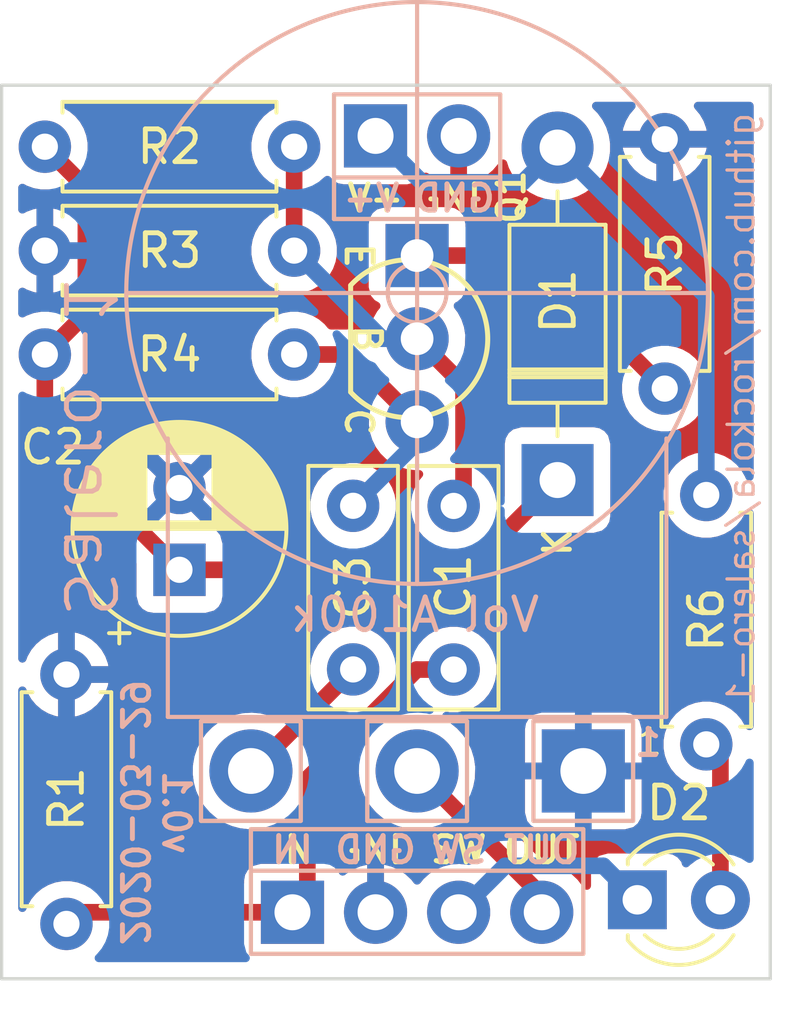
<source format=kicad_pcb>
(kicad_pcb (version 20211014) (generator pcbnew)
  (layers (0 "F.Cu" signal) (31 "B.Cu" signal) (34 "B.Paste" user) (35 "F.Paste" user) (36 "B.SilkS" user "B.Silkscreen") (37 "F.SilkS" user "F.Silkscreen") (38 "B.Mask" user) (39 "F.Mask" user) (44 "Edge.Cuts" user))
  (net 0 "")
  (net 1 "Net-(C1-Pad2)")
  (net 2 "IN")
  (net 3 "GND")
  (net 4 "Net-(C2-Pad1)")
  (net 5 "Net-(C3-Pad2)")
  (net 6 "Net-(C3-Pad1)")
  (net 7 "+9V")
  (net 8 "Net-(D2-Pad2)")
  (net 9 "LED-")
  (net 10 "OUT")
  (net 11 "Net-(Q1-Pad1)")
  (footprint "rockola_kicad_footprints:16mm_BoardMount" (layer "F.Cu") (at 114.3 91.44)
    (fp_text reference "RV1" hide)
    (fp_text value "Vol A100k" (at -0.0635 -4.7752) (layer "B.SilkS") (effects (justify mirror)))
    (fp_text user "1" (at 7.0612 -0.8636) (layer "B.SilkS") (effects (font (size 0.8 0.8)) (justify mirror)))
    (fp_text user "1" (at 7.112 -0.889) (layer "F.SilkS") (effects (font (size 0.77216 0.77216) (thickness 0.1))))
    (fp_line (start -1.524 1.524) (end 1.524 1.524) (layer "B.SilkS") (width 0.127))
    (fp_line (start -7.62 -10.16) (end -7.62 -1.651) (layer "B.SilkS") (width 0.127))
    (fp_line (start 0 -5.715) (end 0 -23.495) (layer "B.SilkS") (width 0.127))
    (fp_line (start 3.556 1.524) (end 6.604 1.524) (layer "B.SilkS") (width 0.127))
    (fp_line (start -7.62 -1.651) (end 7.62 -1.651) (layer "B.SilkS") (width 0.127))
    (fp_line (start 7.62 -1.651) (end 7.62 -10.16) (layer "B.SilkS") (width 0.127))
    (fp_line (start -6.604 -1.524) (end -3.556 -1.524) (layer "B.SilkS") (width 0.127))
    (fp_line (start 3.556 -1.524) (end 3.556 1.524) (layer "B.SilkS") (width 0.127))
    (fp_line (start -3.556 1.524) (end -3.556 -1.524) (layer "B.SilkS") (width 0.127))
    (fp_line (start -1.524 -1.524) (end -1.524 1.524) (layer "B.SilkS") (width 0.127))
    (fp_line (start -6.604 1.524) (end -3.556 1.524) (layer "B.SilkS") (width 0.127))
    (fp_line (start -8.89 -14.605) (end 8.89 -14.605) (layer "B.SilkS") (width 0.127))
    (fp_line (start 3.556 -1.524) (end 6.604 -1.524) (layer "B.SilkS") (width 0.127))
    (fp_line (start 1.524 1.524) (end 1.524 -1.524) (layer "B.SilkS") (width 0.127))
    (fp_line (start -6.604 -1.524) (end -6.604 1.524) (layer "B.SilkS") (width 0.127))
    (fp_line (start -1.524 -1.524) (end 1.524 -1.524) (layer "B.SilkS") (width 0.127))
    (fp_line (start 6.604 1.524) (end 6.604 -1.524) (layer "B.SilkS") (width 0.127))
    (fp_arc (start 8.89 -14.605) (mid 6.286179 -8.318821) (end 0 -5.715) (layer "B.SilkS") (width 0.127))
    (fp_arc (start 0 -5.715) (mid -6.286179 -8.318821) (end -8.89 -14.605) (layer "B.SilkS") (width 0.127))
    (fp_arc (start 0 -23.495) (mid 6.286209 -20.891208) (end 8.89 -14.604998) (layer "B.SilkS") (width 0.127))
    (fp_arc (start -8.89 -14.605) (mid -6.286208 -20.891209) (end 0.000002 -23.495) (layer "B.SilkS") (width 0.127))
    (fp_circle (center 0 -14.605) (end 0.898 -14.605) (layer "B.SilkS") (width 0.127) (fill none))
    (fp_line (start -3.556 1.524) (end -3.556 -1.524) (layer "F.SilkS") (width 0.127))
    (fp_line (start 3.556 -1.524) (end 3.556 1.524) (layer "F.SilkS") (width 0.127))
    (fp_line (start -1.524 -1.524) (end -1.524 1.524) (layer "F.SilkS") (width 0.127))
    (fp_line (start -6.604 -1.524) (end -3.556 -1.524) (layer "F.SilkS") (width 0.127))
    (fp_line (start -1.524 1.524) (end 1.524 1.524) (layer "F.SilkS") (width 0.127))
    (fp_line (start 1.524 1.524) (end 1.524 -1.524) (layer "F.SilkS") (width 0.127))
    (fp_line (start -1.524 -1.524) (end 1.524 -1.524) (layer "F.SilkS") (width 0.127))
    (fp_line (start 3.556 -1.524) (end 6.604 -1.524) (layer "F.SilkS") (width 0.127))
    (fp_line (start 6.604 1.524) (end 6.604 -1.524) (layer "F.SilkS") (width 0.127))
    (fp_line (start -6.604 -1.524) (end -6.604 1.524) (layer "F.SilkS") (width 0.127))
    (fp_line (start 3.556 1.524) (end 6.604 1.524) (layer "F.SilkS") (width 0.127))
    (fp_line (start -6.604 1.524) (end -3.556 1.524) (layer "F.SilkS") (width 0.127))
    (pad "1" thru_hole rect locked (at 5.08 0 180) (size 2.54 2.54) (drill 1.4) (layers *.Cu *.Mask) (net 3 "GND"))
    (pad "2" thru_hole oval locked (at 0 0 180) (size 2.54 2.54) (drill 1.4) (layers *.Cu *.Mask) (net 10 "OUT"))
    (pad "3" thru_hole oval locked (at -5.08 0 180) (size 2.54 2.54) (drill 1.4) (layers *.Cu *.Mask) (net 5 "Net-(C3-Pad2)"))
  )
  (footprint "Diode_THT:D_DO-41_SOD81_P10.16mm_Horizontal" (layer "F.Cu") (at 118.5926 82.55 90)
    (fp_text reference "D1" (at 5.461 0.0254 90) (layer "F.SilkS"))
    (fp_text value "1N4001")
    (fp_text user "K" (at -1.905 0 90) (layer "F.SilkS") (effects (font (size 0.8 0.8))))
    (fp_line (start 3.38 -1.47) (end 3.38 1.47) (layer "F.SilkS") (width 0.12))
    (fp_line (start 3.26 -1.47) (end 3.26 1.47) (layer "F.SilkS") (width 0.12))
    (fp_line (start 7.8 1.47) (end 7.8 -1.47) (layer "F.SilkS") (width 0.12))
    (fp_line (start 2.36 1.47) (end 7.8 1.47) (layer "F.SilkS") (width 0.12))
    (fp_line (start 1.34 0) (end 2.36 0) (layer "F.SilkS") (width 0.12))
    (fp_line (start 7.8 -1.47) (end 2.36 -1.47) (layer "F.SilkS") (width 0.12))
    (fp_line (start 8.82 0) (end 7.8 0) (layer "F.SilkS") (width 0.12))
    (fp_line (start 2.36 -1.47) (end 2.36 1.47) (layer "F.SilkS") (width 0.12))
    (fp_line (start 3.14 -1.47) (end 3.14 1.47) (layer "F.SilkS") (width 0.12))
    (pad "1" thru_hole rect locked (at 0 0 90) (size 2.2 2.2) (drill 1.1) (layers *.Cu *.Mask) (net 4 "Net-(C2-Pad1)"))
    (pad "2" thru_hole oval locked (at 10.16 0 90) (size 2.2 2.2) (drill 1.1) (layers *.Cu *.Mask) (net 7 "+9V"))
  )
  (footprint "rockola_kicad_footprints:R_DIN0207" (layer "F.Cu") (at 103.5812 96.1136 90)
    (fp_text reference "R1" (at 3.81 0 90) (layer "F.SilkS"))
    (fp_text value "1M5")
    (fp_line (start 0.54 -1.37) (end 7.08 -1.37) (layer "F.SilkS") (width 0.12))
    (fp_line (start 0.54 1.04) (end 0.54 1.37) (layer "F.SilkS") (width 0.12))
    (fp_line (start 7.08 -1.37) (end 7.08 -1.04) (layer "F.SilkS") (width 0.12))
    (fp_line (start 7.08 1.37) (end 7.08 1.04) (layer "F.SilkS") (width 0.12))
    (fp_line (start 0.54 -1.04) (end 0.54 -1.37) (layer "F.SilkS") (width 0.12))
    (fp_line (start 0.54 1.37) (end 7.08 1.37) (layer "F.SilkS") (width 0.12))
    (pad "1" thru_hole circle locked (at 0 0 90) (size 1.6 1.6) (drill 0.8) (layers *.Cu *.Mask) (net 2 "IN"))
    (pad "2" thru_hole oval locked (at 7.62 0 90) (size 1.6 1.6) (drill 0.8) (layers *.Cu *.Mask) (net 3 "GND"))
  )
  (footprint "LED_THT:LED_D3.0mm" (layer "F.Cu") (at 121.031 95.377)
    (fp_text reference "D2" (at 1.27 -2.96) (layer "F.SilkS"))
    (fp_text value "LED")
    (fp_line (start -0.29 1.08) (end -0.29 1.236) (layer "F.SilkS") (width 0.12))
    (fp_line (start -0.29 -1.236) (end -0.29 -1.08) (layer "F.SilkS") (width 0.12))
    (fp_arc (start 2.31113 1.079837) (mid 1.270117 1.5) (end 0.229039 1.08) (layer "F.SilkS") (width 0.12))
    (fp_arc (start -0.29 -1.235516) (mid 1.366487 -1.987659) (end 2.942335 -1.078608) (layer "F.SilkS") (width 0.12))
    (fp_arc (start 2.942335 1.078608) (mid 1.366487 1.987659) (end -0.29 1.235516) (layer "F.SilkS") (width 0.12))
    (fp_arc (start 0.229039 -1.08) (mid 1.270117 -1.5) (end 2.31113 -1.079837) (layer "F.SilkS") (width 0.12))
    (pad "1" thru_hole rect locked (at 0 0) (size 1.8 1.8) (drill 0.9) (layers *.Cu *.Mask) (net 9 "LED-"))
    (pad "2" thru_hole circle locked (at 2.54 0) (size 1.8 1.8) (drill 0.9) (layers *.Cu *.Mask) (net 8 "Net-(D2-Pad2)"))
  )
  (footprint "rockola_kicad_footprints:R_DIN0207" (layer "F.Cu") (at 102.9208 78.7146)
    (fp_text reference "R4" (at 3.81 0) (layer "F.SilkS"))
    (fp_text value "10k")
    (fp_line (start 0.54 1.04) (end 0.54 1.37) (layer "F.SilkS") (width 0.12))
    (fp_line (start 7.08 1.37) (end 7.08 1.04) (layer "F.SilkS") (width 0.12))
    (fp_line (start 7.08 -1.37) (end 7.08 -1.04) (layer "F.SilkS") (width 0.12))
    (fp_line (start 0.54 -1.04) (end 0.54 -1.37) (layer "F.SilkS") (width 0.12))
    (fp_line (start 0.54 1.37) (end 7.08 1.37) (layer "F.SilkS") (width 0.12))
    (fp_line (start 0.54 -1.37) (end 7.08 -1.37) (layer "F.SilkS") (width 0.12))
    (pad "1" thru_hole circle locked (at 0 0) (size 1.6 1.6) (drill 0.8) (layers *.Cu *.Mask) (net 4 "Net-(C2-Pad1)"))
    (pad "2" thru_hole oval locked (at 7.62 0) (size 1.6 1.6) (drill 0.8) (layers *.Cu *.Mask) (net 6 "Net-(C3-Pad1)"))
  )
  (footprint "rockola_kicad_footprints:C_Box_7.2_2.5" (layer "F.Cu") (at 112.3442 83.3374 -90)
    (fp_text reference "C3" (at 2.5 0 90) (layer "F.SilkS"))
    (fp_text value "100n")
    (fp_line (start 6.22 -1.37) (end 6.22 1.37) (layer "F.SilkS") (width 0.12))
    (fp_line (start -1.22 -1.37) (end -1.22 1.37) (layer "F.SilkS") (width 0.12))
    (fp_line (start -1.22 -1.37) (end 6.22 -1.37) (layer "F.SilkS") (width 0.12))
    (fp_line (start -1.22 1.37) (end 6.22 1.37) (layer "F.SilkS") (width 0.12))
    (pad "1" thru_hole circle locked (at 0 0 270) (size 1.6 1.6) (drill 0.8) (layers *.Cu *.Mask) (net 6 "Net-(C3-Pad1)"))
    (pad "2" thru_hole circle locked (at 5 0 270) (size 1.6 1.6) (drill 0.8) (layers *.Cu *.Mask) (net 5 "Net-(C3-Pad2)"))
  )
  (footprint "rockola_kicad_footprints:Power_Header_2pin_TOP" (layer "F.Cu") (at 116.84 72.0344)
    (fp_text reference "J2" hide)
    (fp_text value "Power_Connector" hide)
    (fp_text user "V+" (at -3.937 1.905 unlocked) (layer "B.SilkS") (effects (font (size 0.8 0.8)) (justify mirror)))
    (fp_text user "GND" (at -1.397 1.905 unlocked) (layer "B.SilkS") (effects (font (size 0.8 0.8)) (justify mirror)))
    (fp_text user "GND" (at -1.397 1.905 unlocked) (layer "F.SilkS") (effects (font (size 0.8 0.8))))
    (fp_text user "V+" (at -3.81 1.905 unlocked) (layer "F.SilkS") (effects (font (size 0.8 0.8))))
    (fp_line (start 0 1.27) (end 0 -1.27) (layer "B.SilkS") (width 0.127))
    (fp_line (start -5.08 2.54) (end 0 2.54) (layer "B.SilkS") (width 0.127))
    (fp_line (start -5.08 1.27) (end -5.08 -1.27) (layer "B.SilkS") (width 0.127))
    (fp_line (start 0 -1.27) (end -5.08 -1.27) (layer "B.SilkS") (width 0.127))
    (fp_line (start -5.08 1.27) (end 0 1.27) (layer "B.SilkS") (width 0.127))
    (fp_line (start -5.08 2.54) (end -5.08 1.27) (layer "B.SilkS") (width 0.127))
    (fp_line (start 0 2.54) (end 0 1.27) (layer "B.SilkS") (width 0.127))
    (fp_line (start -5.08 2.54) (end -5.08 1.27) (layer "F.SilkS") (width 0.127))
    (fp_line (start 0 2.54) (end -5.08 2.54) (layer "F.SilkS") (width 0.127))
    (fp_line (start 0 1.27) (end -5.08 1.27) (layer "F.SilkS") (width 0.127))
    (fp_line (start -5.08 -1.27) (end 0 -1.27) (layer "F.SilkS") (width 0.127))
    (fp_line (start 0 1.27) (end 0 -1.27) (layer "F.SilkS") (width 0.127))
    (fp_line (start 0 2.54) (end 0 1.27) (layer "F.SilkS") (width 0.127))
    (fp_line (start -5.08 1.27) (end -5.08 -1.27) (layer "F.SilkS") (width 0.127))
    (pad "1" thru_hole rect locked (at -3.81 0) (size 1.9304 1.9304) (drill 1.1) (layers *.Cu *.Mask) (net 7 "+9V"))
    (pad "2" thru_hole oval locked (at -1.27 0) (size 1.9304 1.9304) (drill 1.1) (layers *.Cu *.Mask) (net 3 "GND"))
  )
  (footprint "Capacitor_THT:CP_Radial_D6.3mm_P2.50mm" (layer "F.Cu") (at 107.0356 85.2932 90)
    (fp_text reference "C2" (at 3.7465 -3.8735 180) (layer "F.SilkS"))
    (fp_text value "100u")
    (fp_line (start 1.29 -3.23) (end 1.29 3.23) (layer "F.SilkS") (width 0.12))
    (fp_line (start 3.131 -2.636) (end 3.131 -1.04) (layer "F.SilkS") (width 0.12))
    (fp_line (start 1.77 1.04) (end 1.77 3.189) (layer "F.SilkS") (width 0.12))
    (fp_line (start 2.971 1.04) (end 2.971 2.742) (layer "F.SilkS") (width 0.12))
    (fp_line (start 1.65 -3.206) (end 1.65 -1.04) (layer "F.SilkS") (width 0.12))
    (fp_line (start 2.811 -2.834) (end 2.811 -1.04) (layer "F.SilkS") (width 0.12))
    (fp_line (start 2.611 -2.934) (end 2.611 -1.04) (layer "F.SilkS") (width 0.12))
    (fp_line (start 2.931 1.04) (end 2.931 2.766) (layer "F.SilkS") (width 0.12))
    (fp_line (start 2.411 1.04) (end 2.411 3.018) (layer "F.SilkS") (width 0.12))
    (fp_line (start 3.291 1.04) (end 3.291 2.516) (layer "F.SilkS") (width 0.12))
    (fp_line (start 4.251 -1.262) (end 4.251 1.262) (layer "F.SilkS") (width 0.12))
    (fp_line (start 3.171 1.04) (end 3.171 2.607) (layer "F.SilkS") (width 0.12))
    (fp_line (start 1.37 -3.228) (end 1.37 3.228) (layer "F.SilkS") (width 0.12))
    (fp_line (start 1.971 1.04) (end 1.971 3.15) (layer "F.SilkS") (width 0.12))
    (fp_line (start 3.411 1.04) (end 3.411 2.416) (layer "F.SilkS") (width 0.12))
    (fp_line (start 1.89 1.04) (end 1.89 3.167) (layer "F.SilkS") (width 0.12))
    (fp_line (start 1.93 -3.159) (end 1.93 -1.04) (layer "F.SilkS") (width 0.12))
    (fp_line (start 2.251 -3.074) (end 2.251 -1.04) (layer "F.SilkS") (width 0.12))
    (fp_line (start 1.73 1.04) (end 1.73 3.195) (layer "F.SilkS") (width 0.12))
    (fp_line (start 1.41 -3.227) (end 1.41 3.227) (layer "F.SilkS") (width 0.12))
    (fp_line (start 1.49 -3.222) (end 1.49 -1.04) (layer "F.SilkS") (width 0.12))
    (fp_line (start 3.291 -2.516) (end 3.291 -1.04) (layer "F.SilkS") (width 0.12))
    (fp_line (start 2.891 -2.79) (end 2.891 -1.04) (layer "F.SilkS") (width 0.12))
    (fp_line (start 2.651 -2.916) (end 2.651 -1.04) (layer "F.SilkS") (width 0.12))
    (fp_line (start 3.931 -1.834) (end 3.931 1.834) (layer "F.SilkS") (width 0.12))
    (fp_line (start 2.371 1.04) (end 2.371 3.033) (layer "F.SilkS") (width 0.12))
    (fp_line (start 3.811 -1.995) (end 3.811 1.995) (layer "F.SilkS") (width 0.12))
    (fp_line (start 2.451 -3.002) (end 2.451 -1.04) (layer "F.SilkS") (width 0.12))
    (fp_line (start 3.331 1.04) (end 3.331 2.484) (layer "F.SilkS") (width 0.12))
    (fp_line (start 3.171 -2.607) (end 3.171 -1.04) (layer "F.SilkS") (width 0.12))
    (fp_line (start 2.331 1.04) (end 2.331 3.047) (layer "F.SilkS") (width 0.12))
    (fp_line (start 3.851 -1.944) (end 3.851 1.944) (layer "F.SilkS") (width 0.12))
    (fp_line (start 3.091 1.04) (end 3.091 2.664) (layer "F.SilkS") (width 0.12))
    (fp_line (start 2.371 -3.033) (end 2.371 -1.04) (layer "F.SilkS") (width 0.12))
    (fp_line (start 2.291 1.04) (end 2.291 3.061) (layer "F.SilkS") (width 0.12))
    (fp_line (start 3.051 -2.69) (end 3.051 -1.04) (layer "F.SilkS") (width 0.12))
    (fp_line (start 3.451 -2.38) (end 3.451 -1.04) (layer "F.SilkS") (width 0.12))
    (fp_line (start 1.81 -3.182) (end 1.81 -1.04) (layer "F.SilkS") (width 0.12))
    (fp_line (start 1.61 1.04) (end 1.61 3.211) (layer "F.SilkS") (width 0.12))
    (fp_line (start 1.53 -3.218) (end 1.53 -1.04) (layer "F.SilkS") (width 0.12))
    (fp_line (start 2.211 -3.086) (end 2.211 -1.04) (layer "F.SilkS") (width 0.12))
    (fp_line (start 3.531 -2.305) (end 3.531 -1.04) (layer "F.SilkS") (width 0.12))
    (fp_line (start 2.051 -3.131) (end 2.051 -1.04) (layer "F.SilkS") (width 0.12))
    (fp_line (start 2.771 -2.856) (end 2.771 -1.04) (layer "F.SilkS") (width 0.12))
    (fp_line (start 2.731 1.04) (end 2.731 2.876) (layer "F.SilkS") (width 0.12))
    (fp_line (start 2.331 -3.047) (end 2.331 -1.04) (layer "F.SilkS") (width 0.12))
    (fp_line (start 4.091 -1.581) (end 4.091 1.581) (layer "F.SilkS") (width 0.12))
    (fp_line (start 1.49 1.04) (end 1.49 3.222) (layer "F.SilkS") (width 0.12))
    (fp_line (start 4.131 -1.509) (end 4.131 1.509) (layer "F.SilkS") (width 0.12))
    (fp_line (start 2.891 1.04) (end 2.891 2.79) (layer "F.SilkS") (width 0.12))
    (fp_line (start 2.131 -3.11) (end 2.131 -1.04) (layer "F.SilkS") (width 0.12))
    (fp_line (start 3.691 -2.137) (end 3.691 2.137) (layer "F.SilkS") (width 0.12))
    (fp_line (start -2.250241 -1.839) (end -1.620241 -1.839) (layer "F.SilkS") (width 0.12))
    (fp_line (start 1.971 -3.15) (end 1.971 -1.04) (layer "F.SilkS") (width 0.12))
    (fp_line (start 2.411 -3.018) (end 2.411 -1.04) (layer "F.SilkS") (width 0.12))
    (fp_line (start 1.85 -3.175) (end 1.85 -1.04) (layer "F.SilkS") (width 0.12))
    (fp_line (start 1.57 1.04) (end 1.57 3.215) (layer "F.SilkS") (width 0.12))
    (fp_line (start 3.651 -2.182) (end 3.651 2.182) (layer "F.SilkS") (width 0.12))
    (fp_line (start 3.371 1.04) (end 3.371 2.45) (layer "F.SilkS") (width 0.12))
    (fp_line (start 2.811 1.04) (end 2.811 2.834) (layer "F.SilkS") (width 0.12))
    (fp_line (start 2.011 -3.141) (end 2.011 -1.04) (layer "F.SilkS") (width 0.12))
    (fp_line (start 3.731 -2.092) (end 3.731 2.092) (layer "F.SilkS") (width 0.12))
    (fp_line (start 3.211 -2.578) (end 3.211 -1.04) (layer "F.SilkS") (width 0.12))
    (fp_line (start 3.131 1.04) (end 3.131 2.636) (layer "F.SilkS") (width 0.12))
    (fp_line (start 2.691 1.04) (end 2.691 2.896) (layer "F.SilkS") (width 0.12))
    (fp_line (start 3.491 -2.343) (end 3.491 -1.04) (layer "F.SilkS") (width 0.12))
    (fp_line (start 2.171 1.04) (end 2.171 3.098) (layer "F.SilkS") (width 0.12))
    (fp_line (start 4.451 -0.633) (end 4.451 0.633) (layer "F.SilkS") (width 0.12))
    (fp_line (start 1.89 -3.167) (end 1.89 -1.04) (layer "F.SilkS") (width 0.12))
    (fp_line (start 4.291 -1.165) (end 4.291 1.165) (layer "F.SilkS") (width 0.12))
    (fp_line (start 3.211 1.04) (end 3.211 2.578) (layer "F.SilkS") (width 0.12))
    (fp_line (start 1.65 1.04) (end 1.65 3.206) (layer "F.SilkS") (width 0.12))
    (fp_line (start 2.691 -2.896) (end 2.691 -1.04) (layer "F.SilkS") (width 0.12))
    (fp_line (start 3.571 -2.265) (end 3.571 2.265) (layer "F.SilkS") (width 0.12))
    (fp_line (start 2.851 1.04) (end 2.851 2.812) (layer "F.SilkS") (width 0.12))
    (fp_line (start 2.571 1.04) (end 2.571 2.952) (layer "F.SilkS") (width 0.12))
    (fp_line (start 1.81 1.04) (end 1.81 3.182) (layer "F.SilkS") (width 0.12))
    (fp_line (start 3.971 -1.776) (end 3.971 1.776) (layer "F.SilkS") (width 0.12))
    (fp_line (start 3.011 1.04) (end 3.011 2.716) (layer "F.SilkS") (width 0.12))
    (fp_line (start 3.491 1.04) (end 3.491 2.343) (layer "F.SilkS") (width 0.12))
    (fp_line (start 4.011 -1.714) (end 4.011 1.714) (layer "F.SilkS") (width 0.12))
    (fp_line (start 3.251 -2.548) (end 3.251 -1.04) (layer "F.SilkS") (width 0.12))
    (fp_line (start 2.171 -3.098) (end 2.171 -1.04) (layer "F.SilkS") (width 0.12))
    (fp_line (start 2.251 1.04) (end 2.251 3.074) (layer "F.SilkS") (width 0.12))
    (fp_line (start 1.69 1.04) (end 1.69 3.201) (layer "F.SilkS") (width 0.12))
    (fp_line (start 2.491 -2.986) (end 2.491 -1.04) (layer "F.SilkS") (width 0.12))
    (fp_line (start -1.935241 -2.154) (end -1.935241 -1.524) (layer "F.SilkS") (width 0.12))
    (fp_line (start 3.531 1.04) (end 3.531 2.305) (layer "F.SilkS") (width 0.12))
    (fp_line (start 4.491 -0.402) (end 4.491 0.402) (layer "F.SilkS") (width 0.12))
    (fp_line (start 1.45 -3.224) (end 1.45 3.224) (layer "F.SilkS") (width 0.12))
    (fp_line (start 2.131 1.04) (end 2.131 3.11) (layer "F.SilkS") (width 0.12))
    (fp_line (start 2.771 1.04) (end 2.771 2.856) (layer "F.SilkS") (width 0.12))
    (fp_line (start 1.53 1.04) (end 1.53 3.218) (layer "F.SilkS") (width 0.12))
    (fp_line (start 2.531 1.04) (end 2.531 2.97) (layer "F.SilkS") (width 0.12))
    (fp_line (start 3.451 1.04) (end 3.451 2.38) (layer "F.SilkS") (width 0.12))
    (fp_line (start 2.531 -2.97) (end 2.531 -1.04) (layer "F.SilkS") (width 0.12))
    (fp_line (start 4.411 -0.802) (end 4.411 0.802) (layer "F.SilkS") (width 0.12))
    (fp_line (start 2.091 1.04) (end 2.091 3.121) (layer "F.SilkS") (width 0.12))
    (fp_line (start 2.451 1.04) (end 2.451 3.002) (layer "F.SilkS") (width 0.12))
    (fp_line (start 4.211 -1.35) (end 4.211 1.35) (layer "F.SilkS") (width 0.12))
    (fp_line (start 1.77 -3.189) (end 1.77 -1.04) (layer "F.SilkS") (width 0.12))
    (fp_line (start 3.891 -1.89) (end 3.891 1.89) (layer "F.SilkS") (width 0.12))
    (fp_line (start 2.491 1.04) (end 2.491 2.986) (layer "F.SilkS") (width 0.12))
    (fp_line (start 3.331 -2.484) (end 3.331 -1.04) (layer "F.SilkS") (width 0.12))
    (fp_line (start 1.25 -3.23) (end 1.25 3.23) (layer "F.SilkS") (width 0.12))
    (fp_line (start 3.371 -2.45) (end 3.371 -1.04) (layer "F.SilkS") (width 0.12))
    (fp_line (start 1.73 -3.195) (end 1.73 -1.04) (layer "F.SilkS") (width 0.12))
    (fp_line (start 2.611 1.04) (end 2.611 2.934) (layer "F.SilkS") (width 0.12))
    (fp_line (start 4.331 -1.059) (end 4.331 1.059) (layer "F.SilkS") (width 0.12))
    (fp_line (start 2.011 1.04) (end 2.011 3.141) (layer "F.SilkS") (width 0.12))
    (fp_line (start 3.091 -2.664) (end 3.091 -1.04) (layer "F.SilkS") (width 0.12))
    (fp_line (start 4.171 -1.432) (end 4.171 1.432) (layer "F.SilkS") (width 0.12))
    (fp_line (start 2.051 1.04) (end 2.051 3.131) (layer "F.SilkS") (width 0.12))
    (fp_line (start 1.33 -3.23) (end 1.33 3.23) (layer "F.SilkS") (width 0.12))
    (fp_line (start 3.251 1.04) (end 3.251 2.548) (layer "F.SilkS") (width 0.12))
    (fp_line (start 1.69 -3.201) (end 1.69 -1.04) (layer "F.SilkS") (width 0.12))
    (fp_line (start 1.93 1.04) (end 1.93 3.159) (layer "F.SilkS") (width 0.12))
    (fp_line (start 2.731 -2.876) (end 2.731 -1.04) (layer "F.SilkS") (width 0.12))
    (fp_line (start 4.051 -1.65) (end 4.051 1.65) (layer "F.SilkS") (width 0.12))
    (fp_line (start 2.851 -2.812) (end 2.851 -1.04) (layer "F.SilkS") (width 0.12))
    (fp_line (start 2.651 1.04) (end 2.651 2.916) (layer "F.SilkS") (width 0.12))
    (fp_line (start 1.57 -3.215) (end 1.57 -1.04) (layer "F.SilkS") (width 0.12))
    (fp_line (start 1.61 -3.211) (end 1.61 -1.04) (layer "F.SilkS") (width 0.12))
    (fp_line (start 2.291 -3.061) (end 2.291 -1.04) (layer "F.SilkS") (width 0.12))
    (fp_line (start 1.85 1.04) (end 1.85 3.175) (layer "F.SilkS") (width 0.12))
    (fp_line (start 3.051 1.04) (end 3.051 2.69) (layer "F.SilkS") (width 0.12))
    (fp_line (start 3.411 -2.416) (end 3.411 -1.04) (layer "F.SilkS") (width 0.12))
    (fp_line (start 4.371 -0.94) (end 4.371 0.94) (layer "F.SilkS") (width 0.12))
    (fp_line (start 2.931 -2.766) (end 2.931 -1.04) (layer "F.SilkS") (width 0.12))
    (fp_line (start 3.771 -2.044) (end 3.771 2.044) (layer "F.SilkS") (width 0.12))
    (fp_line (start 2.971 -2.742) (end 2.971 -1.04) (layer "F.SilkS") (width 0.12))
    (fp_line (start 2.571 -2.952) (end 2.571 -1.04) (layer "F.SilkS") (width 0.12))
    (fp_line (start 3.611 -2.224) (end 3.611 2.224) (layer "F.SilkS") (width 0.12))
    (fp_line (start 2.211 1.04) (end 2.211 3.086) (layer "F.SilkS") (width 0.12))
    (fp_line (start 3.011 -2.716) (end 3.011 -1.04) (layer "F.SilkS") (width 0.12))
    (fp_line (start 2.091 -3.121) (end 2.091 -1.04) (layer "F.SilkS") (width 0.12))
    (fp_circle (center 1.25 0) (end 4.52 0) (layer "F.SilkS") (width 0.12) (fill none))
    (pad "1" thru_hole rect locked (at 0 0 90) (size 1.6 1.6) (drill 0.8) (layers *.Cu *.Mask) (net 4 "Net-(C2-Pad1)"))
    (pad "2" thru_hole circle locked (at 2.5 0 90) (size 1.6 1.6) (drill 0.8) (layers *.Cu *.Mask) (net 3 "GND"))
  )
  (footprint "rockola_kicad_footprints:TO92_EBC" (layer "F.Cu") (at 114.3 78.232 -90)
    (fp_text reference "Q1" (at -3.429 -2.413 -90) (layer "F.SilkS") (effects (font (size 0.8 0.8)) (justify left top)))
    (fp_text value "2N5089" hide)
    (fp_text user "B" (at 0 1.524 -90 unlocked) (layer "F.SilkS") (effects (font (size 0.8 0.8))))
    (fp_text user "C" (at 2.54 1.778 -90 unlocked) (layer "F.SilkS") (effects (font (size 0.8 0.8))))
    (fp_text user "E" (at -2.54 1.778 -90 unlocked) (layer "F.SilkS") (effects (font (size 0.8 0.8))))
    (fp_line (start -1.6313 2.032017) (end 1.6307 2.032017) (layer "F.SilkS") (width 0.1524))
    (fp_arc (start -1.6313 2.032017) (mid -2.380396 -0.141221) (end -0.969199 -1.955782) (layer "F.SilkS") (width 0.1524))
    (fp_arc (start -0.9695 -1.955783) (mid -0.0003 -2.158982) (end 0.9689 -1.955783) (layer "F.SilkS") (width 0.1524))
    (fp_arc (start 0.9686 -1.955783) (mid 2.379797 -0.141221) (end 1.630701 2.032018) (layer "F.SilkS") (width 0.1524))
    (pad "1" thru_hole rect locked (at -2.54 0 90) (size 1.9304 1.9304) (drill 1) (layers *.Cu *.Mask) (net 11 "Net-(Q1-Pad1)"))
    (pad "2" thru_hole oval locked (at 0 0 90) (size 1.9304 1.9304) (drill 1) (layers *.Cu *.Mask) (net 1 "Net-(C1-Pad2)"))
    (pad "3" thru_hole oval locked (at 2.54 0 90) (size 1.9304 1.9304) (drill 1) (layers *.Cu *.Mask) (net 6 "Net-(C3-Pad1)"))
  )
  (footprint "rockola_kicad_footprints:R_DIN0207" (layer "F.Cu") (at 110.5408 75.5396 180)
    (fp_text reference "R3" (at 3.81 0) (layer "F.SilkS"))
    (fp_text value "47k")
    (fp_line (start 7.08 1.37) (end 7.08 1.04) (layer "F.SilkS") (width 0.12))
    (fp_line (start 0.54 -1.04) (end 0.54 -1.37) (layer "F.SilkS") (width 0.12))
    (fp_line (start 0.54 1.37) (end 7.08 1.37) (layer "F.SilkS") (width 0.12))
    (fp_line (start 7.08 -1.37) (end 7.08 -1.04) (layer "F.SilkS") (width 0.12))
    (fp_line (start 0.54 1.04) (end 0.54 1.37) (layer "F.SilkS") (width 0.12))
    (fp_line (start 0.54 -1.37) (end 7.08 -1.37) (layer "F.SilkS") (width 0.12))
    (pad "1" thru_hole circle locked (at 0 0 180) (size 1.6 1.6) (drill 0.8) (layers *.Cu *.Mask) (net 1 "Net-(C1-Pad2)"))
    (pad "2" thru_hole oval locked (at 7.62 0 180) (size 1.6 1.6) (drill 0.8) (layers *.Cu *.Mask) (net 3 "GND"))
  )
  (footprint "rockola_kicad_footprints:C_Box_7.2_2.5" (layer "F.Cu") (at 115.4176 88.3412 90)
    (fp_text reference "C1" (at 2.54 0 90) (layer "F.SilkS"))
    (fp_text value "100n")
    (fp_line (start -1.22 1.37) (end 6.22 1.37) (layer "F.SilkS") (width 0.12))
    (fp_line (start -1.22 -1.37) (end 6.22 -1.37) (layer "F.SilkS") (width 0.12))
    (fp_line (start -1.22 -1.37) (end -1.22 1.37) (layer "F.SilkS") (width 0.12))
    (fp_line (start 6.22 -1.37) (end 6.22 1.37) (layer "F.SilkS") (width 0.12))
    (pad "1" thru_hole circle locked (at 0 0 90) (size 1.6 1.6) (drill 0.8) (layers *.Cu *.Mask) (net 2 "IN"))
    (pad "2" thru_hole circle locked (at 5 0 90) (size 1.6 1.6) (drill 0.8) (layers *.Cu *.Mask) (net 1 "Net-(C1-Pad2)"))
  )
  (footprint "rockola_kicad_footprints:R_DIN0207" (layer "F.Cu") (at 121.8692 79.756 90)
    (fp_text reference "R5" (at 3.81 0 90) (layer "F.SilkS"))
    (fp_text value "390R")
    (fp_line (start 0.54 -1.04) (end 0.54 -1.37) (layer "F.SilkS") (width 0.12))
    (fp_line (start 0.54 1.04) (end 0.54 1.37) (layer "F.SilkS") (width 0.12))
    (fp_line (start 0.54 1.37) (end 7.08 1.37) (layer "F.SilkS") (width 0.12))
    (fp_line (start 7.08 1.37) (end 7.08 1.04) (layer "F.SilkS") (width 0.12))
    (fp_line (start 0.54 -1.37) (end 7.08 -1.37) (layer "F.SilkS") (width 0.12))
    (fp_line (start 7.08 -1.37) (end 7.08 -1.04) (layer "F.SilkS") (width 0.12))
    (pad "1" thru_hole circle locked (at 0 0 90) (size 1.6 1.6) (drill 0.8) (layers *.Cu *.Mask) (net 11 "Net-(Q1-Pad1)"))
    (pad "2" thru_hole oval locked (at 7.62 0 90) (size 1.6 1.6) (drill 0.8) (layers *.Cu *.Mask) (net 3 "GND"))
  )
  (footprint "rockola_kicad_footprints:R_DIN0207" (layer "F.Cu") (at 102.9208 72.3646)
    (fp_text reference "R2" (at 3.81 0) (layer "F.SilkS"))
    (fp_text value "470k")
    (fp_line (start 0.54 -1.04) (end 0.54 -1.37) (layer "F.SilkS") (width 0.12))
    (fp_line (start 0.54 1.04) (end 0.54 1.37) (layer "F.SilkS") (width 0.12))
    (fp_line (start 7.08 1.37) (end 7.08 1.04) (layer "F.SilkS") (width 0.12))
    (fp_line (start 7.08 -1.37) (end 7.08 -1.04) (layer "F.SilkS") (width 0.12))
    (fp_line (start 0.54 1.37) (end 7.08 1.37) (layer "F.SilkS") (width 0.12))
    (fp_line (start 0.54 -1.37) (end 7.08 -1.37) (layer "F.SilkS") (width 0.12))
    (pad "1" thru_hole circle locked (at 0 0) (size 1.6 1.6) (drill 0.8) (layers *.Cu *.Mask) (net 4 "Net-(C2-Pad1)"))
    (pad "2" thru_hole oval locked (at 7.62 0) (size 1.6 1.6) (drill 0.8) (layers *.Cu *.Mask) (net 1 "Net-(C1-Pad2)"))
  )
  (footprint "rockola_kicad_footprints:R_DIN0207" (layer "F.Cu") (at 123.1392 90.6272 90)
    (fp_text reference "R6" (at 3.81 0 90) (layer "F.SilkS"))
    (fp_text value "4k7")
    (fp_line (start 0.54 1.37) (end 7.08 1.37) (layer "F.SilkS") (width 0.12))
    (fp_line (start 0.54 1.04) (end 0.54 1.37) (layer "F.SilkS") (width 0.12))
    (fp_line (start 0.54 -1.04) (end 0.54 -1.37) (layer "F.SilkS") (width 0.12))
    (fp_line (start 0.54 -1.37) (end 7.08 -1.37) (layer "F.SilkS") (width 0.12))
    (fp_line (start 7.08 -1.37) (end 7.08 -1.04) (layer "F.SilkS") (width 0.12))
    (fp_line (start 7.08 1.37) (end 7.08 1.04) (layer "F.SilkS") (width 0.12))
    (pad "1" thru_hole circle locked (at 0 0 90) (size 1.6 1.6) (drill 0.8) (layers *.Cu *.Mask) (net 8 "Net-(D2-Pad2)"))
    (pad "2" thru_hole oval locked (at 7.62 0 90) (size 1.6 1.6) (drill 0.8) (layers *.Cu *.Mask) (net 7 "+9V"))
  )
  (footprint "rockola_kicad_footprints:Stomp_4pin" (layer "F.Cu") (at 114.3 95.758)
    (fp_text reference "J1" hide)
    (fp_text value "Stomp_Connector" hide)
    (fp_text user "SW" (at 1.27 -1.905 unlocked) (layer "B.SilkS") (effects (font (size 0.8 0.8)) (justify mirror)))
    (fp_text user "IN" (at -3.81 -1.905 unlocked) (layer "B.SilkS") (effects (font (size 0.8 0.8)) (justify mirror)))
    (fp_text user "GND" (at -1.27 -1.905 unlocked) (layer "B.SilkS") (effects (font (size 0.8 0.8)) (justify mirror)))
    (fp_text user "OUT" (at 3.81 -1.905 unlocked) (layer "B.SilkS") (effects (font (size 0.8 0.8)) (justify mirror)))
    (fp_text user "SW" (at 1.27 -1.905 unlocked) (layer "F.SilkS") (effects (font (size 0.8 0.8))))
    (fp_text user "IN" (at -3.81 -1.905 unlocked) (layer "F.SilkS") (effects (font (size 0.8 0.8))))
    (fp_text user "OUT" (at 3.81 -1.905 unlocked) (layer "F.SilkS") (effects (font (size 0.8 0.8))))
    (fp_text user "GND" (at -1.27 -1.905 unlocked) (layer "F.SilkS") (effects (font (size 0.8 0.8))))
    (fp_line (start -5.08 -1.27) (end -5.08 -2.54) (layer "B.SilkS") (width 0.127))
    (fp_line (start -5.08 1.27) (end 5.08 1.27) (layer "B.SilkS") (width 0.127))
    (fp_line (start -5.08 1.27) (end -5.08 -1.27) (layer "B.SilkS") (width 0.127))
    (fp_line (start 5.08 -1.27) (end 5.08 -2.54) (layer "B.SilkS") (width 0.127))
    (fp_line (start 5.08 -1.27) (end -5.08 -1.27) (layer "B.SilkS") (width 0.127))
    (fp_line (start 5.08 1.27) (end 5.08 -1.27) (layer "B.SilkS") (width 0.127))
    (fp_line (start -5.08 -2.54) (end 5.08 -2.54) (layer "B.SilkS") (width 0.127))
    (fp_line (start 5.08 -2.54) (end -5.08 -2.54) (layer "F.SilkS") (width 0.127))
    (fp_line (start 5.08 -1.27) (end 5.08 -2.54) (layer "F.SilkS") (width 0.127))
    (fp_line (start -5.08 1.27) (end -5.08 -1.27) (layer "F.SilkS") (width 0.127))
    (fp_line (start 5.08 1.27) (end -5.08 1.27) (layer "F.SilkS") (width 0.127))
    (fp_line (start -5.08 -1.27) (end 5.08 -1.27) (layer "F.SilkS") (width 0.127))
    (fp_line (start 5.08 1.27) (end 5.08 -1.27) (layer "F.SilkS") (width 0.127))
    (fp_line (start -5.08 -1.27) (end -5.08 -2.54) (layer "F.SilkS") (width 0.127))
    (pad "1" thru_hole rect locked (at -3.81 0) (size 1.9304 1.9304) (drill 1.1) (layers *.Cu *.Mask) (net 2 "IN"))
    (pad "2" thru_hole oval locked (at -1.27 0) (size 1.9304 1.9304) (drill 1.1) (layers *.Cu *.Mask) (net 3 "GND"))
    (pad "3" thru_hole oval locked (at 1.27 0) (size 1.9304 1.9304) (drill 1.1) (layers *.Cu *.Mask) (net 9 "LED-"))
    (pad "4" thru_hole oval locked (at 3.81 0) (size 1.9304 1.9304) (drill 1.1) (layers *.Cu *.Mask) (net 10 "OUT"))
  )
  (gr_line (start 125.095 97.79) (end 101.6 97.79) (layer "Edge.Cuts") (width 0.1))
  (gr_line (start 101.6 97.79) (end 101.6 70.485) (layer "Edge.Cuts") (width 0.1))
  (gr_line (start 125.095 70.485) (end 125.095 97.79) (layer "Edge.Cuts") (width 0.1))
  (gr_line (start 101.6 70.485) (end 125.095 70.485) (layer "Edge.Cuts") (width 0.1))
  (gr_text "v0.1\n2020-03-29" (at 106.299 92.71 270) (layer "B.SilkS") (effects (font (size 0.8 0.8)) (justify mirror)))
  (gr_text "github.com/rockola/salero-1" (at 124.206 80.391 90) (layer "B.SilkS") (effects (font (size 0.8 0.8) (thickness 0.1)) (justify mirror)))
  (gr_text "Salero-1" (at 104.267 81.534 270) (layer "B.SilkS") (effects (font (size 1.5 1.5)) (justify mirror)))
  (segment (start 115.719201 79.651201) (end 115.719201 83.039599) (width 0.508) (layer "F.Cu") (net 1))
  (segment (start 110.5408 72.3646) (end 110.5408 75.5396) (width 0.508) (layer "F.Cu") (net 1))
  (segment (start 115.719201 83.039599) (end 115.4176 83.3412) (width 0.508) (layer "F.Cu") (net 1))
  (segment (start 114.3 78.232) (end 115.719201 79.651201) (width 0.508) (layer "F.Cu") (net 1))
  (segment (start 113.2332 78.232) (end 114.3 78.232) (width 0.508) (layer "B.Cu") (net 1))
  (segment (start 110.5408 75.5396) (end 113.2332 78.232) (width 0.508) (layer "B.Cu") (net 1))
  (segment (start 110.944001 95.303999) (end 110.944001 91.683429) (width 0.508) (layer "F.Cu") (net 2))
  (segment (start 110.49 95.758) (end 103.9368 95.758) (width 0.508) (layer "F.Cu") (net 2))
  (segment (start 103.9368 95.758) (end 103.5812 96.1136) (width 0.508) (layer "F.Cu") (net 2))
  (segment (start 110.49 95.758) (end 110.944001 95.303999) (width 0.508) (layer "F.Cu") (net 2))
  (segment (start 110.944001 91.683429) (end 114.28623 88.3412) (width 0.508) (layer "F.Cu") (net 2))
  (segment (start 114.28623 88.3412) (end 115.4176 88.3412) (width 0.508) (layer "F.Cu") (net 2))
  (segment (start 107.0356 85.2932) (end 115.8494 85.2932) (width 0.508) (layer "F.Cu") (net 4))
  (segment (start 102.9208 78.7146) (end 102.9208 81.1784) (width 0.508) (layer "F.Cu") (net 4))
  (segment (start 104.174801 77.460599) (end 104.174801 73.618601) (width 0.508) (layer "F.Cu") (net 4))
  (segment (start 115.8494 85.2932) (end 118.5926 82.55) (width 0.508) (layer "F.Cu") (net 4))
  (segment (start 102.9208 78.7146) (end 104.174801 77.460599) (width 0.508) (layer "F.Cu") (net 4))
  (segment (start 104.174801 73.618601) (end 102.9208 72.3646) (width 0.508) (layer "F.Cu") (net 4))
  (segment (start 102.9208 81.1784) (end 107.0356 85.2932) (width 0.508) (layer "F.Cu") (net 4))
  (segment (start 109.2416 91.44) (end 112.3442 88.3374) (width 0.508) (layer "F.Cu") (net 5))
  (segment (start 109.22 91.44) (end 109.2416 91.44) (width 0.508) (layer "F.Cu") (net 5))
  (segment (start 110.5408 78.7146) (end 112.2426 78.7146) (width 0.508) (layer "F.Cu") (net 6))
  (segment (start 112.2426 78.7146) (end 114.3 80.772) (width 0.508) (layer "F.Cu") (net 6))
  (segment (start 114.3 80.772) (end 114.3 81.3816) (width 0.508) (layer "F.Cu") (net 6))
  (segment (start 114.3 81.3816) (end 112.3442 83.3374) (width 0.508) (layer "B.Cu") (net 6))
  (segment (start 114.3 80.772) (end 114.3 81.3816) (width 0.508) (layer "B.Cu") (net 6))
  (segment (start 113.03 72.0344) (end 114.449201 73.453601) (width 0.508) (layer "B.Cu") (net 7))
  (segment (start 123.1392 76.9366) (end 118.5926 72.39) (width 0.508) (layer "B.Cu") (net 7))
  (segment (start 117.528999 73.453601) (end 118.5926 72.39) (width 0.508) (layer "B.Cu") (net 7))
  (segment (start 114.449201 73.453601) (end 117.528999 73.453601) (width 0.508) (layer "B.Cu") (net 7))
  (segment (start 123.1392 83.0072) (end 123.1392 76.9366) (width 0.508) (layer "B.Cu") (net 7))
  (segment (start 123.571 95.377) (end 123.571 91.059) (width 0.508) (layer "F.Cu") (net 8))
  (segment (start 123.571 91.059) (end 123.1392 90.6272) (width 0.508) (layer "F.Cu") (net 8))
  (segment (start 119.992799 94.338799) (end 121.031 95.377) (width 0.508) (layer "B.Cu") (net 9))
  (segment (start 115.57 95.758) (end 116.989201 94.338799) (width 0.508) (layer "B.Cu") (net 9))
  (segment (start 116.989201 94.338799) (end 119.992799 94.338799) (width 0.508) (layer "B.Cu") (net 9))
  (segment (start 114.3 91.44) (end 118.11 95.25) (width 0.508) (layer "F.Cu") (net 10))
  (segment (start 118.11 95.25) (end 118.11 95.758) (width 0.508) (layer "F.Cu") (net 10))
  (segment (start 114.3 75.692) (end 117.8052 75.692) (width 0.508) (layer "F.Cu") (net 11))
  (segment (start 117.8052 75.692) (end 121.8692 79.756) (width 0.508) (layer "F.Cu") (net 11))
  (zone (net 3) (net_name "GND") (layer "F.Cu") (connect_pads (clearance 0.508)) (min_thickness 0.254) (fill yes (thermal_gap 0.508) (thermal_bridge_width 0.508))
    (polygon (pts (xy 125.095 97.79) (xy 101.6 97.79) (xy 101.6 70.485) (xy 125.095 70.485)))
  )
  (zone (net 3) (net_name "GND") (layer "B.Cu") (connect_pads (clearance 0.508)) (min_thickness 0.254) (fill yes (thermal_gap 0.508) (thermal_bridge_width 0.508))
    (polygon (pts (xy 125.095 97.79) (xy 101.6 97.79) (xy 101.6 70.485) (xy 125.095 70.485)))
  )
)
</source>
